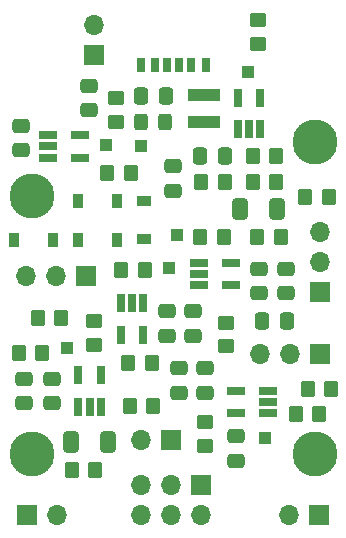
<source format=gbr>
%TF.GenerationSoftware,KiCad,Pcbnew,(6.0.8-1)-1*%
%TF.CreationDate,2022-11-07T15:29:17+01:00*%
%TF.ProjectId,distortion-pedal,64697374-6f72-4746-996f-6e2d70656461,rev?*%
%TF.SameCoordinates,Original*%
%TF.FileFunction,Soldermask,Top*%
%TF.FilePolarity,Negative*%
%FSLAX46Y46*%
G04 Gerber Fmt 4.6, Leading zero omitted, Abs format (unit mm)*
G04 Created by KiCad (PCBNEW (6.0.8-1)-1) date 2022-11-07 15:29:17*
%MOMM*%
%LPD*%
G01*
G04 APERTURE LIST*
G04 Aperture macros list*
%AMRoundRect*
0 Rectangle with rounded corners*
0 $1 Rounding radius*
0 $2 $3 $4 $5 $6 $7 $8 $9 X,Y pos of 4 corners*
0 Add a 4 corners polygon primitive as box body*
4,1,4,$2,$3,$4,$5,$6,$7,$8,$9,$2,$3,0*
0 Add four circle primitives for the rounded corners*
1,1,$1+$1,$2,$3*
1,1,$1+$1,$4,$5*
1,1,$1+$1,$6,$7*
1,1,$1+$1,$8,$9*
0 Add four rect primitives between the rounded corners*
20,1,$1+$1,$2,$3,$4,$5,0*
20,1,$1+$1,$4,$5,$6,$7,0*
20,1,$1+$1,$6,$7,$8,$9,0*
20,1,$1+$1,$8,$9,$2,$3,0*%
G04 Aperture macros list end*
%ADD10R,0.700000X1.200000*%
%ADD11R,0.760000X1.200000*%
%ADD12R,0.800000X1.200000*%
%ADD13RoundRect,0.250000X0.337500X0.475000X-0.337500X0.475000X-0.337500X-0.475000X0.337500X-0.475000X0*%
%ADD14RoundRect,0.250000X0.350000X0.450000X-0.350000X0.450000X-0.350000X-0.450000X0.350000X-0.450000X0*%
%ADD15RoundRect,0.250000X-0.350000X-0.450000X0.350000X-0.450000X0.350000X0.450000X-0.350000X0.450000X0*%
%ADD16R,1.560000X0.650000*%
%ADD17R,1.700000X1.700000*%
%ADD18O,1.700000X1.700000*%
%ADD19R,0.900000X1.200000*%
%ADD20RoundRect,0.250000X-0.475000X0.337500X-0.475000X-0.337500X0.475000X-0.337500X0.475000X0.337500X0*%
%ADD21RoundRect,0.250000X-0.450000X0.350000X-0.450000X-0.350000X0.450000X-0.350000X0.450000X0.350000X0*%
%ADD22R,1.200000X0.900000*%
%ADD23R,1.000000X1.000000*%
%ADD24C,3.800000*%
%ADD25C,2.600000*%
%ADD26R,0.650000X1.560000*%
%ADD27RoundRect,0.250000X0.475000X-0.337500X0.475000X0.337500X-0.475000X0.337500X-0.475000X-0.337500X0*%
%ADD28RoundRect,0.250000X0.450000X-0.350000X0.450000X0.350000X-0.450000X0.350000X-0.450000X-0.350000X0*%
%ADD29RoundRect,0.250000X-0.325000X-0.450000X0.325000X-0.450000X0.325000X0.450000X-0.325000X0.450000X0*%
%ADD30RoundRect,0.250000X0.412500X0.650000X-0.412500X0.650000X-0.412500X-0.650000X0.412500X-0.650000X0*%
%ADD31R,2.750000X1.000000*%
%ADD32RoundRect,0.250000X-0.412500X-0.650000X0.412500X-0.650000X0.412500X0.650000X-0.412500X0.650000X0*%
G04 APERTURE END LIST*
D10*
%TO.C,J3*%
X61000000Y-44980000D03*
D11*
X58980000Y-44980000D03*
D12*
X57750000Y-44980000D03*
D10*
X60000000Y-44980000D03*
D11*
X62020000Y-44980000D03*
D12*
X63250000Y-44980000D03*
%TD*%
D13*
%TO.C,C10*%
X70097500Y-66640000D03*
X68022500Y-66640000D03*
%TD*%
D14*
%TO.C,RD1*%
X49400000Y-69400000D03*
X47400000Y-69400000D03*
%TD*%
D15*
%TO.C,R3*%
X71650000Y-56200000D03*
X73650000Y-56200000D03*
%TD*%
D16*
%TO.C,U3*%
X68510000Y-74470000D03*
X68510000Y-73520000D03*
X68510000Y-72570000D03*
X65810000Y-72570000D03*
X65810000Y-74470000D03*
%TD*%
D17*
%TO.C,J4*%
X53800000Y-44170000D03*
D18*
X53800000Y-41630000D03*
%TD*%
D19*
%TO.C,D1*%
X52410000Y-56480000D03*
X55710000Y-56480000D03*
%TD*%
D17*
%TO.C,D6*%
X60305000Y-76720000D03*
D18*
X57765000Y-76720000D03*
%TD*%
D20*
%TO.C,C18*%
X47850000Y-71562500D03*
X47850000Y-73637500D03*
%TD*%
D17*
%TO.C,Level1*%
X53110000Y-62850000D03*
D18*
X50570000Y-62850000D03*
X48030000Y-62850000D03*
%TD*%
D17*
%TO.C,Gain1*%
X72905000Y-69500000D03*
D18*
X70365000Y-69500000D03*
X67825000Y-69500000D03*
%TD*%
D21*
%TO.C,R10*%
X67700000Y-41200000D03*
X67700000Y-43200000D03*
%TD*%
D16*
%TO.C,U4*%
X62710000Y-61760000D03*
X62710000Y-62710000D03*
X62710000Y-63660000D03*
X65410000Y-63660000D03*
X65410000Y-61760000D03*
%TD*%
D22*
%TO.C,D2*%
X58050000Y-56470000D03*
X58050000Y-59770000D03*
%TD*%
D13*
%TO.C,C5*%
X64867500Y-52680000D03*
X62792500Y-52680000D03*
%TD*%
D23*
%TO.C,TP3*%
X66800000Y-45600000D03*
%TD*%
D15*
%TO.C,R5*%
X70860000Y-74510000D03*
X72860000Y-74510000D03*
%TD*%
D23*
%TO.C,TP2*%
X60790000Y-59370000D03*
%TD*%
D24*
%TO.C,H1*%
X48500000Y-56100000D03*
D25*
X48500000Y-56100000D03*
%TD*%
D23*
%TO.C,TP5*%
X54810000Y-51770000D03*
%TD*%
D26*
%TO.C,U6*%
X52450000Y-73950000D03*
X53400000Y-73950000D03*
X54350000Y-73950000D03*
X54350000Y-71250000D03*
X52450000Y-71250000D03*
%TD*%
D27*
%TO.C,C1*%
X47600000Y-52197500D03*
X47600000Y-50122500D03*
%TD*%
D15*
%TO.C,R14*%
X51900000Y-79300000D03*
X53900000Y-79300000D03*
%TD*%
D13*
%TO.C,C3*%
X59837500Y-47600000D03*
X57762500Y-47600000D03*
%TD*%
D28*
%TO.C,R13*%
X63190000Y-77220000D03*
X63190000Y-75220000D03*
%TD*%
%TO.C,R2*%
X64970000Y-68810000D03*
X64970000Y-66810000D03*
%TD*%
D20*
%TO.C,C2*%
X60460000Y-53552500D03*
X60460000Y-55627500D03*
%TD*%
D17*
%TO.C,Tone1*%
X72890000Y-64195000D03*
D18*
X72890000Y-61655000D03*
X72890000Y-59115000D03*
%TD*%
D20*
%TO.C,C8*%
X65790000Y-76442500D03*
X65790000Y-78517500D03*
%TD*%
D14*
%TO.C,R6*%
X69600000Y-59580000D03*
X67600000Y-59580000D03*
%TD*%
D24*
%TO.C,H3*%
X48490000Y-77900000D03*
D25*
X48490000Y-77900000D03*
%TD*%
D15*
%TO.C,R4*%
X71860000Y-72410000D03*
X73860000Y-72410000D03*
%TD*%
%TO.C,JP2*%
X54920000Y-54100000D03*
X56920000Y-54100000D03*
%TD*%
D23*
%TO.C,TP4*%
X57790000Y-51870000D03*
%TD*%
%TO.C,TP6*%
X68250000Y-76540000D03*
%TD*%
D28*
%TO.C,JP1*%
X55600000Y-49800000D03*
X55600000Y-47800000D03*
%TD*%
D14*
%TO.C,R12*%
X64840000Y-54900000D03*
X62840000Y-54900000D03*
%TD*%
D29*
%TO.C,D5*%
X57775000Y-49800000D03*
X59825000Y-49800000D03*
%TD*%
D15*
%TO.C,R8*%
X67200000Y-54900000D03*
X69200000Y-54900000D03*
%TD*%
D20*
%TO.C,C6*%
X61000000Y-70662500D03*
X61000000Y-72737500D03*
%TD*%
D23*
%TO.C,TP1*%
X60160000Y-62170000D03*
%TD*%
D20*
%TO.C,C11*%
X53390000Y-46742500D03*
X53390000Y-48817500D03*
%TD*%
%TO.C,C16*%
X67730000Y-62242500D03*
X67730000Y-64317500D03*
%TD*%
D19*
%TO.C,D3*%
X55700000Y-59800000D03*
X52400000Y-59800000D03*
%TD*%
D20*
%TO.C,C7*%
X63200000Y-70662500D03*
X63200000Y-72737500D03*
%TD*%
D15*
%TO.C,RF1*%
X56700000Y-70200000D03*
X58700000Y-70200000D03*
%TD*%
D30*
%TO.C,C4*%
X69262500Y-57200000D03*
X66137500Y-57200000D03*
%TD*%
D26*
%TO.C,U2*%
X57950000Y-65150000D03*
X57000000Y-65150000D03*
X56050000Y-65150000D03*
X56050000Y-67850000D03*
X57950000Y-67850000D03*
%TD*%
D14*
%TO.C,RD3*%
X51000000Y-66400000D03*
X49000000Y-66400000D03*
%TD*%
D17*
%TO.C,J2*%
X72855000Y-83090000D03*
D18*
X70315000Y-83090000D03*
%TD*%
D15*
%TO.C,R11*%
X67200000Y-52700000D03*
X69200000Y-52700000D03*
%TD*%
D31*
%TO.C,L1*%
X63100000Y-47550000D03*
X63100000Y-49850000D03*
%TD*%
D27*
%TO.C,C13*%
X62200000Y-67937500D03*
X62200000Y-65862500D03*
%TD*%
D23*
%TO.C,TP9*%
X51500000Y-69000000D03*
%TD*%
D20*
%TO.C,C15*%
X70030000Y-62242500D03*
X70030000Y-64317500D03*
%TD*%
D16*
%TO.C,U5*%
X49900000Y-50930000D03*
X49900000Y-51880000D03*
X49900000Y-52830000D03*
X52600000Y-52830000D03*
X52600000Y-50930000D03*
%TD*%
D20*
%TO.C,C17*%
X50210000Y-71572500D03*
X50210000Y-73647500D03*
%TD*%
D24*
%TO.C,H4*%
X72500000Y-77900000D03*
D25*
X72500000Y-77900000D03*
%TD*%
D17*
%TO.C,SW1*%
X62825000Y-80545000D03*
D18*
X62825000Y-83085000D03*
X60285000Y-80545000D03*
X60285000Y-83085000D03*
X57745000Y-80545000D03*
X57745000Y-83085000D03*
%TD*%
D28*
%TO.C,JPF1*%
X53800000Y-68700000D03*
X53800000Y-66700000D03*
%TD*%
D32*
%TO.C,C12*%
X51837500Y-76900000D03*
X54962500Y-76900000D03*
%TD*%
D25*
%TO.C,H2*%
X72530000Y-51500000D03*
D24*
X72530000Y-51500000D03*
%TD*%
D17*
%TO.C,J1*%
X48065000Y-83110000D03*
D18*
X50605000Y-83110000D03*
%TD*%
D19*
%TO.C,D4*%
X50270000Y-59790000D03*
X46970000Y-59790000D03*
%TD*%
D15*
%TO.C,R1*%
X56090000Y-62380000D03*
X58090000Y-62380000D03*
%TD*%
D26*
%TO.C,U1*%
X65950000Y-50450000D03*
X66900000Y-50450000D03*
X67850000Y-50450000D03*
X67850000Y-47750000D03*
X65950000Y-47750000D03*
%TD*%
D15*
%TO.C,R16*%
X56800000Y-73870000D03*
X58800000Y-73870000D03*
%TD*%
D14*
%TO.C,R7*%
X64790000Y-59580000D03*
X62790000Y-59580000D03*
%TD*%
D27*
%TO.C,C14*%
X60000000Y-67937500D03*
X60000000Y-65862500D03*
%TD*%
M02*

</source>
